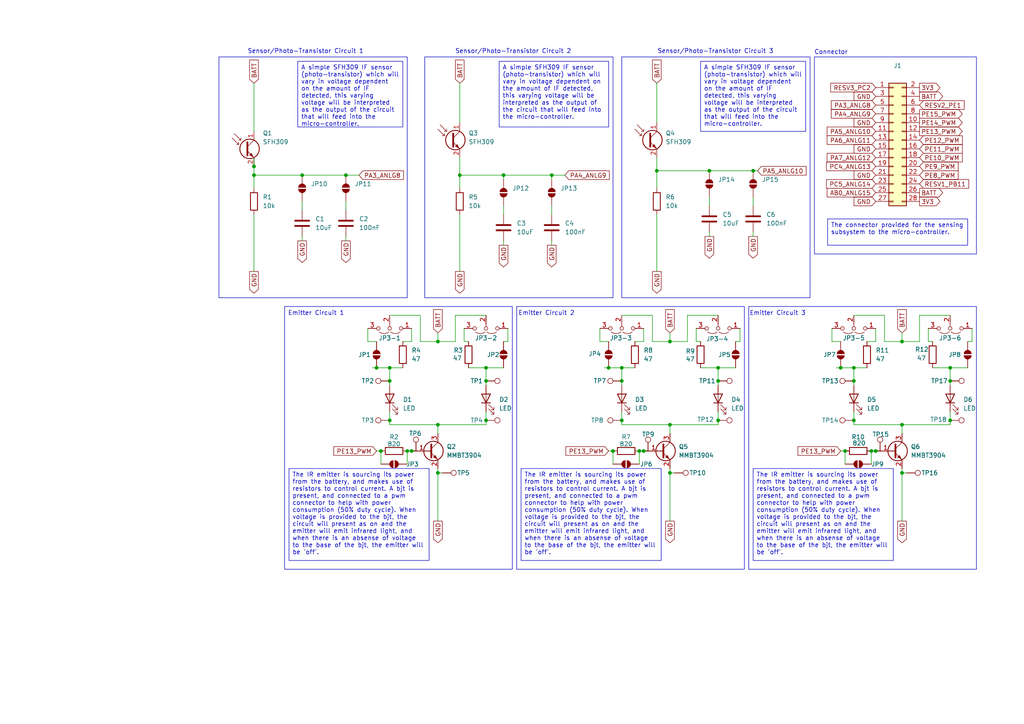
<source format=kicad_sch>
(kicad_sch (version 20231120) (generator "eeschema") (generator_version "8.0")
  (paper "A4")
  (title_block (title "EEE3088F-MicroMouse Subsystem: Sensing") (date "2024-04-21") (rev "V1.9") (company "University of Cape Town: Department of Electrical Engineering") (comment 1 "Author: Kashan Pillay") (comment 2 "Student Number: PLLKAS005"))
  (lib_symbols
    (symbol "Connector:TestPoint" (pin_numbers hide) (pin_names (offset 0.762) hide)
      (property "Reference" "TP" (at 0 6.858 0))
      (property "Value" "TestPoint" (at 0 5.08 0))
      (symbol "TestPoint_0_1"
        (circle (center 0 3.302) (radius 0.762))
      )
      (symbol "TestPoint_1_1"
        (pin passive line (at 0 0 90) (length 2.54) (name "1") (number "1"))
      )
    )
    (symbol "Connector_Generic:Conn_02x14_Odd_Even" (pin_names (offset 1.016) hide)
      (property "Reference" "J" (at 1.27 17.78 0))
      (property "Value" "Conn_02x14_Odd_Even" (at 1.27 -20.32 0))
      (symbol "Conn_02x14_Odd_Even_1_1"
        (rectangle (start -1.27 -17.653) (end 0 -17.907) (stroke (width 0.1524)))
        (rectangle (start -1.27 -15.113) (end 0 -15.367) (stroke (width 0.1524)))
        (rectangle (start -1.27 -12.573) (end 0 -12.827) (stroke (width 0.1524)))
        (rectangle (start -1.27 -10.033) (end 0 -10.287) (stroke (width 0.1524)))
        (rectangle (start -1.27 -7.493) (end 0 -7.747) (stroke (width 0.1524)))
        (rectangle (start -1.27 -4.953) (end 0 -5.207) (stroke (width 0.1524)))
        (rectangle (start -1.27 -2.413) (end 0 -2.667) (stroke (width 0.1524)))
        (rectangle (start -1.27 0.127) (end 0 -0.127) (stroke (width 0.1524)))
        (rectangle (start -1.27 2.667) (end 0 2.413) (stroke (width 0.1524)))
        (rectangle (start -1.27 5.207) (end 0 4.953) (stroke (width 0.1524)))
        (rectangle (start -1.27 7.747) (end 0 7.493) (stroke (width 0.1524)))
        (rectangle (start -1.27 10.287) (end 0 10.033) (stroke (width 0.1524)))
        (rectangle (start -1.27 12.827) (end 0 12.573) (stroke (width 0.1524)))
        (rectangle (start -1.27 15.367) (end 0 15.113) (stroke (width 0.1524)))
        (rectangle (start -1.27 16.51) (end 3.81 -19.05) (stroke (width 0.254)) (fill (type background)))
        (rectangle (start 3.81 -17.653) (end 2.54 -17.907) (stroke (width 0.1524)))
        (rectangle (start 3.81 -15.113) (end 2.54 -15.367) (stroke (width 0.1524)))
        (rectangle (start 3.81 -12.573) (end 2.54 -12.827) (stroke (width 0.1524)))
        (rectangle (start 3.81 -10.033) (end 2.54 -10.287) (stroke (width 0.1524)))
        (rectangle (start 3.81 -7.493) (end 2.54 -7.747) (stroke (width 0.1524)))
        (rectangle (start 3.81 -4.953) (end 2.54 -5.207) (stroke (width 0.1524)))
        (rectangle (start 3.81 -2.413) (end 2.54 -2.667) (stroke (width 0.1524)))
        (rectangle (start 3.81 0.127) (end 2.54 -0.127) (stroke (width 0.1524)))
        (rectangle (start 3.81 2.667) (end 2.54 2.413) (stroke (width 0.1524)))
        (rectangle (start 3.81 5.207) (end 2.54 4.953) (stroke (width 0.1524)))
        (rectangle (start 3.81 7.747) (end 2.54 7.493) (stroke (width 0.1524)))
        (rectangle (start 3.81 10.287) (end 2.54 10.033) (stroke (width 0.1524)))
        (rectangle (start 3.81 12.827) (end 2.54 12.573) (stroke (width 0.1524)))
        (rectangle (start 3.81 15.367) (end 2.54 15.113) (stroke (width 0.1524)))
        (pin passive line (at -5.08 15.24 0) (length 3.81) (name "Pin_1") (number "1"))
        (pin passive line (at 7.62 5.08 180) (length 3.81) (name "Pin_10") (number "10"))
        (pin passive line (at -5.08 2.54 0) (length 3.81) (name "Pin_11") (number "11"))
        (pin passive line (at 7.62 2.54 180) (length 3.81) (name "Pin_12") (number "12"))
        (pin passive line (at -5.08 0 0) (length 3.81) (name "Pin_13") (number "13"))
        (pin passive line (at 7.62 0 180) (length 3.81) (name "Pin_14") (number "14"))
        (pin passive line (at -5.08 -2.54 0) (length 3.81) (name "Pin_15") (number "15"))
        (pin passive line (at 7.62 -2.54 180) (length 3.81) (name "Pin_16") (number "16"))
        (pin passive line (at -5.08 -5.08 0) (length 3.81) (name "Pin_17") (number "17"))
        (pin passive line (at 7.62 -5.08 180) (length 3.81) (name "Pin_18") (number "18"))
        (pin passive line (at -5.08 -7.62 0) (length 3.81) (name "Pin_19") (number "19"))
        (pin passive line (at 7.62 15.24 180) (length 3.81) (name "Pin_2") (number "2"))
        (pin passive line (at 7.62 -7.62 180) (length 3.81) (name "Pin_20") (number "20"))
        (pin passive line (at -5.08 -10.16 0) (length 3.81) (name "Pin_21") (number "21"))
        (pin passive line (at 7.62 -10.16 180) (length 3.81) (name "Pin_22") (number "22"))
        (pin passive line (at -5.08 -12.7 0) (length 3.81) (name "Pin_23") (number "23"))
        (pin passive line (at 7.62 -12.7 180) (length 3.81) (name "Pin_24") (number "24"))
        (pin passive line (at -5.08 -15.24 0) (length 3.81) (name "Pin_25") (number "25"))
        (pin passive line (at 7.62 -15.24 180) (length 3.81) (name "Pin_26") (number "26"))
        (pin passive line (at -5.08 -17.78 0) (length 3.81) (name "Pin_27") (number "27"))
        (pin passive line (at 7.62 -17.78 180) (length 3.81) (name "Pin_28") (number "28"))
        (pin passive line (at -5.08 12.7 0) (length 3.81) (name "Pin_3") (number "3"))
        (pin passive line (at 7.62 12.7 180) (length 3.81) (name "Pin_4") (number "4"))
        (pin passive line (at -5.08 10.16 0) (length 3.81) (name "Pin_5") (number "5"))
        (pin passive line (at 7.62 10.16 180) (length 3.81) (name "Pin_6") (number "6"))
        (pin passive line (at -5.08 7.62 0) (length 3.81) (name "Pin_7") (number "7"))
        (pin passive line (at 7.62 7.62 180) (length 3.81) (name "Pin_8") (number "8"))
        (pin passive line (at -5.08 5.08 0) (length 3.81) (name "Pin_9") (number "9"))
      )
    )
    (symbol "Device:C" (pin_numbers hide) (pin_names (offset 0.254))
      (property "Reference" "C" (at 0.635 2.54 0))
      (property "Value" "C" (at 0.635 -2.54 0))
      (symbol "C_0_1"
        (polyline (pts (xy -2.032 -0.762) (xy 2.032 -0.762)) (stroke (width 0.508)))
        (polyline (pts (xy -2.032 0.762) (xy 2.032 0.762)) (stroke (width 0.508)))
      )
      (symbol "C_1_1"
        (pin passive line (at 0 3.81 270) (length 2.794) (name "~") (number "1"))
        (pin passive line (at 0 -3.81 90) (length 2.794) (name "~") (number "2"))
      )
    )
    (symbol "Device:LED" (pin_numbers hide) (pin_names (offset 1.016) hide)
      (property "Reference" "D" (at 0 2.54 0))
      (property "Value" "LED" (at 0 -2.54 0))
      (symbol "LED_0_1"
        (polyline (pts (xy -1.27 -1.27) (xy -1.27 1.27)) (stroke (width 0.254)))
        (polyline (pts (xy -1.27 0) (xy 1.27 0)))
        (polyline (pts (xy 1.27 -1.27) (xy 1.27 1.27) (xy -1.27 0) (xy 1.27 -1.27)) (stroke (width 0.254)))
        (polyline (pts (xy -3.048 -0.762) (xy -4.572 -2.286) (xy -3.81 -2.286) (xy -4.572 -2.286) (xy -4.572 -1.524)))
        (polyline (pts (xy -1.778 -0.762) (xy -3.302 -2.286) (xy -2.54 -2.286) (xy -3.302 -2.286) (xy -3.302 -1.524)))
      )
      (symbol "LED_1_1"
        (pin passive line (at -3.81 0 0) (length 2.54) (name "K") (number "1"))
        (pin passive line (at 3.81 0 180) (length 2.54) (name "A") (number "2"))
      )
    )
    (symbol "Device:R" (pin_numbers hide) (pin_names (offset 0))
      (property "Reference" "R" (at 2.032 0 90))
      (property "Value" "R" (at 0 0 90))
      (symbol "R_0_1"
        (rectangle (start -1.016 -2.54) (end 1.016 2.54) (stroke (width 0.254)))
      )
      (symbol "R_1_1"
        (pin passive line (at 0 3.81 270) (length 1.27) (name "~") (number "1"))
        (pin passive line (at 0 -3.81 90) (length 1.27) (name "~") (number "2"))
      )
    )
    (symbol "Jumper:Jumper_3_Open" (pin_names (offset 0) hide) (exclude_from_sim yes) (in_bom no)
      (property "Reference" "JP" (at -2.54 -2.54 0))
      (property "Value" "Jumper_3_Open" (at 0 2.794 0))
      (symbol "Jumper_3_Open_0_0"
        (circle (center -3.302 0) (radius 0.508))
        (circle (center 0 0) (radius 0.508))
        (circle (center 3.302 0) (radius 0.508))
      )
      (symbol "Jumper_3_Open_0_1"
        (arc (start -0.254 1.016) (mid -1.651 1.4992) (end -3.048 1.016))
        (polyline (pts (xy 0 -0.508) (xy 0 -1.27)))
        (arc (start 3.048 1.016) (mid 1.651 1.4992) (end 0.254 1.016))
      )
      (symbol "Jumper_3_Open_1_1"
        (pin passive line (at -6.35 0 0) (length 2.54) (name "A") (number "1"))
        (pin passive line (at 0 -3.81 90) (length 2.54) (name "C") (number "2"))
        (pin passive line (at 6.35 0 180) (length 2.54) (name "B") (number "3"))
      )
    )
    (symbol "Jumper:SolderJumper_2_Open" (pin_numbers hide) (pin_names (offset 0) hide) (exclude_from_sim yes) (in_bom no)
      (property "Reference" "JP" (at 0 2.032 0))
      (property "Value" "SolderJumper_2_Open" (at 0 -2.54 0))
      (symbol "SolderJumper_2_Open_0_1"
        (arc (start -0.254 1.016) (mid -1.2656 0) (end -0.254 -1.016))
        (arc (start -0.254 1.016) (mid -1.2656 0) (end -0.254 -1.016) (fill (type outline)))
        (polyline (pts (xy -0.254 1.016) (xy -0.254 -1.016)))
        (polyline (pts (xy 0.254 1.016) (xy 0.254 -1.016)))
        (arc (start 0.254 -1.016) (mid 1.2656 0) (end 0.254 1.016))
        (arc (start 0.254 -1.016) (mid 1.2656 0) (end 0.254 1.016) (fill (type outline)))
      )
      (symbol "SolderJumper_2_Open_1_1"
        (pin passive line (at -3.81 0 0) (length 2.54) (name "A") (number "1"))
        (pin passive line (at 3.81 0 180) (length 2.54) (name "B") (number "2"))
      )
    )
    (symbol "Sensor_Optical:SFH309" (pin_names (offset 0) hide)
      (property "Reference" "Q" (at 5.08 1.27 0))
      (property "Value" "SFH309" (at 5.08 -1.27 0))
      (symbol "SFH309_0_1"
        (polyline (pts (xy -1.905 1.27) (xy -2.54 1.27)))
        (polyline (pts (xy -1.27 2.54) (xy -1.905 2.54)))
        (polyline (pts (xy 0.635 0.635) (xy 2.54 2.54)))
        (polyline (pts (xy -3.81 3.175) (xy -1.905 1.27) (xy -1.905 1.905)))
        (polyline (pts (xy -3.175 4.445) (xy -1.27 2.54) (xy -1.27 3.175)))
        (polyline (pts (xy 0.635 -0.635) (xy 2.54 -2.54) (xy 2.54 -2.54)))
        (polyline (pts (xy 0.635 1.905) (xy 0.635 -1.905) (xy 0.635 -1.905)) (stroke (width 0.508)))
        (polyline (pts (xy 1.27 -1.778) (xy 1.778 -1.27) (xy 2.286 -2.286) (xy 1.27 -1.778) (xy 1.27 -1.778)) (fill (type outline)))
        (circle (center 1.27 0) (radius 2.8194) (stroke (width 0.254)))
      )
      (symbol "SFH309_1_1"
        (pin passive line (at 2.54 5.08 270) (length 2.54) (name "C") (number "1"))
        (pin passive line (at 2.54 -5.08 90) (length 2.54) (name "E") (number "2"))
      )
    )
    (symbol "Transistor_BJT:MMBT3904" (pin_names (offset 0) hide)
      (property "Reference" "Q" (at 5.08 1.905 0))
      (property "Value" "MMBT3904" (at 5.08 0 0))
      (symbol "MMBT3904_0_1"
        (polyline (pts (xy 0.635 0.635) (xy 2.54 2.54)))
        (polyline (pts (xy 0.635 -0.635) (xy 2.54 -2.54) (xy 2.54 -2.54)))
        (polyline (pts (xy 0.635 1.905) (xy 0.635 -1.905) (xy 0.635 -1.905)) (stroke (width 0.508)))
        (polyline (pts (xy 1.27 -1.778) (xy 1.778 -1.27) (xy 2.286 -2.286) (xy 1.27 -1.778) (xy 1.27 -1.778)) (fill (type outline)))
        (circle (center 1.27 0) (radius 2.8194) (stroke (width 0.254)))
      )
      (symbol "MMBT3904_1_1"
        (pin input line (at -5.08 0 0) (length 5.715) (name "B") (number "1"))
        (pin passive line (at 2.54 -5.08 90) (length 2.54) (name "E") (number "2"))
        (pin passive line (at 2.54 5.08 270) (length 2.54) (name "C") (number "3"))
      )
    )
  )
  (junction (at 194.31 123.19))
  (junction (at 140.97 121.92))
  (junction (at 180.34 121.92))
  (junction (at 180.34 106.68))
  (junction (at 119.38 130.81))
  (junction (at 194.31 137.16))
  (junction (at 275.59 106.68))
  (junction (at 113.03 121.92))
  (junction (at 261.62 137.16))
  (junction (at 252.73 130.81))
  (junction (at 186.69 130.81))
  (junction (at 261.62 123.19))
  (junction (at 113.03 106.68))
  (junction (at 247.65 106.68))
  (junction (at 110.49 130.81))
  (junction (at 205.74 49.53))
  (junction (at 73.66 50.8))
  (junction (at 208.28 110.49))
  (junction (at 218.44 49.53))
  (junction (at 247.65 110.49))
  (junction (at 113.03 110.49))
  (junction (at 176.53 106.68))
  (junction (at 185.42 130.81))
  (junction (at 190.5 49.53))
  (junction (at 73.66 48.26))
  (junction (at 177.8 130.81))
  (junction (at 208.28 106.68))
  (junction (at 261.62 99.06))
  (junction (at 243.84 106.68))
  (junction (at 275.59 110.49))
  (junction (at 245.11 130.81))
  (junction (at 127 137.16))
  (junction (at 254 130.81))
  (junction (at 87.63 50.8))
  (junction (at 140.97 110.49))
  (junction (at 118.11 130.81))
  (junction (at 194.31 99.06))
  (junction (at 100.33 50.8))
  (junction (at 275.59 121.92))
  (junction (at 180.34 110.49))
  (junction (at 109.22 106.68))
  (junction (at 140.97 106.68))
  (junction (at 127 99.06))
  (junction (at 127 123.19))
  (junction (at 133.35 50.8))
  (junction (at 160.02 50.8))
  (junction (at 146.05 50.8))
  (junction (at 247.65 121.92))
  (junction (at 208.28 121.92))
  (wire (pts (xy 87.63 50.8) (xy 100.33 50.8)))
  (wire (pts (xy 146.05 50.8) (xy 160.02 50.8)))
  (wire (pts (xy 146.05 50.8) (xy 146.05 52.07)))
  (wire (pts (xy 190.5 49.53) (xy 205.74 49.53)))
  (wire (pts (xy 107.95 106.68) (xy 109.22 106.68)))
  (wire (pts (xy 208.28 110.49) (xy 208.28 111.76)))
  (wire (pts (xy 190.5 62.23) (xy 190.5 78.74)))
  (wire (pts (xy 127 99.06) (xy 132.08 99.06)))
  (wire (pts (xy 134.62 99.06) (xy 135.89 99.06)))
  (wire (pts (xy 242.57 106.68) (xy 243.84 106.68)))
  (wire (pts (xy 175.26 106.68) (xy 176.53 106.68)))
  (wire (pts (xy 256.54 99.06) (xy 261.62 99.06)))
  (wire (pts (xy 100.33 58.42) (xy 100.33 60.96)))
  (wire (pts (xy 201.93 95.25) (xy 201.93 99.06)))
  (wire (pts (xy 190.5 49.53) (xy 190.5 54.61)))
  (wire (pts (xy 180.34 106.68) (xy 180.34 110.49)))
  (wire (pts (xy 275.59 121.92) (xy 275.59 123.19)))
  (wire (pts (xy 205.74 67.31) (xy 205.74 68.58)))
  (wire (pts (xy 243.84 130.81) (xy 245.11 130.81)))
  (wire (pts (xy 140.97 91.44) (xy 132.08 91.44)))
  (wire (pts (xy 256.54 91.44) (xy 256.54 99.06)))
  (wire (pts (xy 281.94 95.25) (xy 281.94 99.06)))
  (wire (pts (xy 73.66 62.23) (xy 73.66 78.74)))
  (wire (pts (xy 254 95.25) (xy 254 99.06)))
  (wire (pts (xy 134.62 95.25) (xy 134.62 99.06)))
  (wire (pts (xy 140.97 110.49) (xy 140.97 111.76)))
  (wire (pts (xy 245.11 130.81) (xy 245.11 134.62)))
  (wire (pts (xy 241.3 95.25) (xy 241.3 99.06)))
  (wire (pts (xy 247.65 121.92) (xy 247.65 123.19)))
  (wire (pts (xy 113.03 121.92) (xy 113.03 123.19)))
  (wire (pts (xy 146.05 69.85) (xy 146.05 71.12)))
  (wire (pts (xy 214.63 95.25) (xy 214.63 99.06)))
  (wire (pts (xy 180.34 106.68) (xy 184.15 106.68)))
  (wire (pts (xy 113.03 106.68) (xy 116.84 106.68)))
  (wire (pts (xy 180.34 123.19) (xy 194.31 123.19)))
  (wire (pts (xy 247.65 119.38) (xy 247.65 121.92)))
  (wire (pts (xy 261.62 96.52) (xy 261.62 99.06)))
  (wire (pts (xy 121.92 99.06) (xy 127 99.06)))
  (wire (pts (xy 110.49 130.81) (xy 110.49 134.62)))
  (wire (pts (xy 261.62 123.19) (xy 261.62 125.73)))
  (wire (pts (xy 266.7 91.44) (xy 266.7 99.06)))
  (wire (pts (xy 127 135.89) (xy 127 137.16)))
  (wire (pts (xy 87.63 58.42) (xy 87.63 60.96)))
  (wire (pts (xy 140.97 119.38) (xy 140.97 121.92)))
  (wire (pts (xy 252.73 130.81) (xy 254 130.81)))
  (wire (pts (xy 213.36 99.06) (xy 214.63 99.06)))
  (wire (pts (xy 132.08 91.44) (xy 132.08 99.06)))
  (wire (pts (xy 194.31 99.06) (xy 199.39 99.06)))
  (wire (pts (xy 73.66 50.8) (xy 87.63 50.8)))
  (wire (pts (xy 73.66 24.13) (xy 73.66 38.1)))
  (wire (pts (xy 275.59 106.68) (xy 275.59 110.49)))
  (wire (pts (xy 218.44 49.53) (xy 219.71 49.53)))
  (wire (pts (xy 269.24 99.06) (xy 270.51 99.06)))
  (wire (pts (xy 270.51 106.68) (xy 275.59 106.68)))
  (wire (pts (xy 194.31 137.16) (xy 195.58 137.16)))
  (wire (pts (xy 261.62 123.19) (xy 275.59 123.19)))
  (wire (pts (xy 118.11 130.81) (xy 119.38 130.81)))
  (wire (pts (xy 186.69 130.81) (xy 187.96 130.81)))
  (wire (pts (xy 203.2 106.68) (xy 208.28 106.68)))
  (wire (pts (xy 146.05 59.69) (xy 146.05 62.23)))
  (wire (pts (xy 185.42 130.81) (xy 186.69 130.81)))
  (wire (pts (xy 252.73 130.81) (xy 252.73 134.62)))
  (wire (pts (xy 73.66 50.8) (xy 73.66 54.61)))
  (wire (pts (xy 194.31 96.52) (xy 194.31 99.06)))
  (wire (pts (xy 208.28 119.38) (xy 208.28 121.92)))
  (wire (pts (xy 109.22 130.81) (xy 110.49 130.81)))
  (wire (pts (xy 208.28 91.44) (xy 199.39 91.44)))
  (wire (pts (xy 247.65 106.68) (xy 247.65 110.49)))
  (wire (pts (xy 208.28 106.68) (xy 208.28 110.49)))
  (wire (pts (xy 127 137.16) (xy 127 151.13)))
  (wire (pts (xy 194.31 135.89) (xy 194.31 137.16)))
  (wire (pts (xy 116.84 99.06) (xy 119.38 99.06)))
  (wire (pts (xy 254 130.81) (xy 255.27 130.81)))
  (wire (pts (xy 275.59 106.68) (xy 280.67 106.68)))
  (wire (pts (xy 269.24 95.25) (xy 269.24 99.06)))
  (wire (pts (xy 140.97 106.68) (xy 146.05 106.68)))
  (wire (pts (xy 119.38 95.25) (xy 119.38 99.06)))
  (wire (pts (xy 140.97 121.92) (xy 140.97 123.19)))
  (wire (pts (xy 194.31 123.19) (xy 194.31 125.73)))
  (wire (pts (xy 121.92 91.44) (xy 121.92 99.06)))
  (wire (pts (xy 185.42 130.81) (xy 185.42 134.62)))
  (wire (pts (xy 177.8 130.81) (xy 177.8 134.62)))
  (wire (pts (xy 113.03 91.44) (xy 121.92 91.44)))
  (wire (pts (xy 119.38 130.81) (xy 120.65 130.81)))
  (wire (pts (xy 133.35 62.23) (xy 133.35 78.74)))
  (wire (pts (xy 118.11 130.81) (xy 118.11 134.62)))
  (wire (pts (xy 100.33 50.8) (xy 104.14 50.8)))
  (wire (pts (xy 186.69 95.25) (xy 186.69 99.06)))
  (wire (pts (xy 180.34 121.92) (xy 180.34 123.19)))
  (wire (pts (xy 189.23 99.06) (xy 194.31 99.06)))
  (wire (pts (xy 133.35 50.8) (xy 133.35 54.61)))
  (wire (pts (xy 127 123.19) (xy 127 125.73)))
  (wire (pts (xy 160.02 52.07) (xy 160.02 50.8)))
  (wire (pts (xy 184.15 99.06) (xy 186.69 99.06)))
  (wire (pts (xy 160.02 50.8) (xy 163.83 50.8)))
  (wire (pts (xy 190.5 24.13) (xy 190.5 35.56)))
  (wire (pts (xy 247.65 110.49) (xy 247.65 111.76)))
  (wire (pts (xy 247.65 123.19) (xy 261.62 123.19)))
  (wire (pts (xy 109.22 106.68) (xy 113.03 106.68)))
  (wire (pts (xy 106.68 99.06) (xy 109.22 99.06)))
  (wire (pts (xy 176.53 106.68) (xy 180.34 106.68)))
  (wire (pts (xy 135.89 106.68) (xy 140.97 106.68)))
  (wire (pts (xy 275.59 110.49) (xy 275.59 111.76)))
  (wire (pts (xy 87.63 68.58) (xy 87.63 69.85)))
  (wire (pts (xy 261.62 99.06) (xy 266.7 99.06)))
  (wire (pts (xy 247.65 106.68) (xy 251.46 106.68)))
  (wire (pts (xy 208.28 121.92) (xy 208.28 123.19)))
  (wire (pts (xy 160.02 69.85) (xy 160.02 71.12)))
  (wire (pts (xy 113.03 106.68) (xy 113.03 110.49)))
  (wire (pts (xy 173.99 95.25) (xy 173.99 99.06)))
  (wire (pts (xy 261.62 137.16) (xy 261.62 151.13)))
  (wire (pts (xy 127 123.19) (xy 140.97 123.19)))
  (wire (pts (xy 194.31 123.19) (xy 208.28 123.19)))
  (wire (pts (xy 106.68 95.25) (xy 106.68 99.06)))
  (wire (pts (xy 205.74 49.53) (xy 218.44 49.53)))
  (wire (pts (xy 190.5 45.72) (xy 190.5 49.53)))
  (wire (pts (xy 160.02 59.69) (xy 160.02 62.23)))
  (wire (pts (xy 199.39 91.44) (xy 199.39 99.06)))
  (wire (pts (xy 113.03 119.38) (xy 113.03 121.92)))
  (wire (pts (xy 205.74 57.15) (xy 205.74 59.69)))
  (wire (pts (xy 208.28 106.68) (xy 213.36 106.68)))
  (wire (pts (xy 113.03 110.49) (xy 113.03 111.76)))
  (wire (pts (xy 127 96.52) (xy 127 99.06)))
  (wire (pts (xy 261.62 137.16) (xy 262.89 137.16)))
  (wire (pts (xy 180.34 91.44) (xy 189.23 91.44)))
  (wire (pts (xy 140.97 106.68) (xy 140.97 110.49)))
  (wire (pts (xy 100.33 68.58) (xy 100.33 69.85)))
  (wire (pts (xy 127 137.16) (xy 128.27 137.16)))
  (wire (pts (xy 133.35 45.72) (xy 133.35 50.8)))
  (wire (pts (xy 218.44 57.15) (xy 218.44 59.69)))
  (wire (pts (xy 243.84 106.68) (xy 247.65 106.68)))
  (wire (pts (xy 251.46 99.06) (xy 254 99.06)))
  (wire (pts (xy 133.35 50.8) (xy 146.05 50.8)))
  (wire (pts (xy 113.03 123.19) (xy 127 123.19)))
  (wire (pts (xy 176.53 130.81) (xy 177.8 130.81)))
  (wire (pts (xy 241.3 99.06) (xy 243.84 99.06)))
  (wire (pts (xy 261.62 135.89) (xy 261.62 137.16)))
  (wire (pts (xy 201.93 99.06) (xy 203.2 99.06)))
  (wire (pts (xy 73.66 45.72) (xy 73.66 48.26)))
  (wire (pts (xy 247.65 91.44) (xy 256.54 91.44)))
  (wire (pts (xy 194.31 137.16) (xy 194.31 151.13)))
  (wire (pts (xy 275.59 91.44) (xy 266.7 91.44)))
  (wire (pts (xy 146.05 99.06) (xy 147.32 99.06)))
  (wire (pts (xy 180.34 119.38) (xy 180.34 121.92)))
  (wire (pts (xy 280.67 99.06) (xy 281.94 99.06)))
  (wire (pts (xy 133.35 24.13) (xy 133.35 35.56)))
  (wire (pts (xy 218.44 67.31) (xy 218.44 68.58)))
  (wire (pts (xy 173.99 99.06) (xy 176.53 99.06)))
  (wire (pts (xy 189.23 91.44) (xy 189.23 99.06)))
  (wire (pts (xy 73.66 48.26) (xy 73.66 50.8)))
  (wire (pts (xy 147.32 95.25) (xy 147.32 99.06)))
  (wire (pts (xy 180.34 110.49) (xy 180.34 111.76)))
  (wire (pts (xy 275.59 119.38) (xy 275.59 121.92)))
  (rectangle (start 236.22 16.51) (end 283.21 73.66))
  (rectangle (start 63.5 16.51) (end 118.11 86.36))
  (rectangle (start 149.86 88.9) (end 215.9 165.1))
  (rectangle (start 123.19 16.51) (end 177.8 86.36))
  (rectangle (start 82.55 88.9) (end 148.59 165.1))
  (rectangle (start 217.17 88.9) (end 283.21 165.1))
  (rectangle (start 180.34 16.51) (end 234.95 86.36))
  (text_box "The IR emitter is sourcing its power from the battery, and makes use of resistors to control current. A bjt is present, and connected to a pwm connector to help with power consumption (50% duty cycle). When voltage is provided to the bjt, the circuit will present as on and the emitter will emit infrared light, and when there is an absense of voltage to the base of the bjt, the emitter will be 'off'." (at 83.82 135.89 0) (size 40.64 26.67) (effects (font (size 1.27 1.27)) (justify left top)))
  (text_box "The IR emitter is sourcing its power from the battery, and makes use of resistors to control current. A bjt is present, and connected to a pwm connector to help with power consumption (50% duty cycle). When voltage is provided to the bjt, the circuit will present as on and the emitter will emit infrared light, and when there is an absense of voltage to the base of the bjt, the emitter will be 'off'." (at 218.44 135.89 0) (size 40.64 26.67) (effects (font (size 1.27 1.27)) (justify left top)))
  (text_box "A simple SFH309 IF sensor (photo-transistor) which will vary in voltage dependent on the amount of IF detected, this varying voltage will be interpreted as the output of the circuit that will feed into the micro-controller." (at 203.2 17.78 0) (size 30.48 20.32) (effects (font (size 1.27 1.27)) (justify left top)))
  (text_box "A simple SFH309 IF sensor (photo-transistor) which will vary in voltage dependent on the amount of IF detected, this varying voltage will be interpreted as the output of the circuit that will feed into the micro-controller." (at 86.36 17.78 0) (size 30.48 19.05) (effects (font (size 1.27 1.27)) (justify left top)))
  (text_box "The connector provided for the sensing subsystem to the micro-controller." (at 240.03 63.5 0) (size 40.64 7.62) (effects (font (size 1.27 1.27)) (justify left top)))
  (text_box "A simple SFH309 IF sensor (photo-transistor) which will vary in voltage dependent on the amount of IF detected, this varying voltage will be interpreted as the output of the circuit that will feed into the micro-controller." (at 144.78 17.78 0) (size 31.75 19.05) (effects (font (size 1.27 1.27)) (justify left top)))
  (text_box "The IR emitter is sourcing its power from the battery, and makes use of resistors to control current. A bjt is present, and connected to a pwm connector to help with power consumption (50% duty cycle). When voltage is provided to the bjt, the circuit will present as on and the emitter will emit infrared light, and when there is an absense of voltage to the base of the bjt, the emitter will be 'off'." (at 151.13 135.89 0) (size 40.64 26.67) (effects (font (size 1.27 1.27)) (justify left top)))
  (text "Sensor/Photo-Transistor Circuit 2\n\n" (at 148.844 16.002 0) (effects (font (size 1.27 1.27))))
  (text "Emitter Circuit 3\n" (at 225.552 90.932 0) (effects (font (size 1.27 1.27))))
  (text "Sensor/Photo-Transistor Circuit 1\n\n" (at 88.646 16.002 0) (effects (font (size 1.27 1.27))))
  (text "Sensor/Photo-Transistor Circuit 3\n\n" (at 207.518 16.002 0) (effects (font (size 1.27 1.27))))
  (text "Connector" (at 241.046 15.24 0) (effects (font (size 1.27 1.27))))
  (text "Emitter Circuit 1\n" (at 91.694 90.932 0) (effects (font (size 1.27 1.27))))
  (text "Emitter Circuit 2\n\n" (at 158.496 91.948 0) (effects (font (size 1.27 1.27))))
  (global_label "BATT" (shape output) (at 266.7 55.88 0) (property "Intersheetrefs" "${INTERSHEET_REFS}" (effects (hide yes))))
  (global_label "PE10_PWM" (shape input) (at 266.7 45.72 0) (property "Intersheetrefs" "${INTERSHEET_REFS}" (effects (hide yes))))
  (global_label "BATT" (shape input) (at 190.5 24.13 90) (property "Intersheetrefs" "${INTERSHEET_REFS}" (effects (hide yes))))
  (global_label "PE13_PWM" (shape input) (at 109.22 130.81 180) (property "Intersheetrefs" "${INTERSHEET_REFS}" (effects (hide yes))))
  (global_label "BATT" (shape input) (at 127 96.52 90) (property "Intersheetrefs" "${INTERSHEET_REFS}" (effects (hide yes))))
  (global_label "GND" (shape output) (at 73.66 78.74 270) (property "Intersheetrefs" "${INTERSHEET_REFS}" (effects (hide yes))))
  (global_label "PA3_ANLG8" (shape input) (at 254 30.48 180) (property "Intersheetrefs" "${INTERSHEET_REFS}" (effects (hide yes))))
  (global_label "3V3" (shape output) (at 266.7 58.42 0) (property "Intersheetrefs" "${INTERSHEET_REFS}" (effects (hide yes))))
  (global_label "PE15_PWM" (shape output) (at 266.7 33.02 0) (property "Intersheetrefs" "${INTERSHEET_REFS}" (effects (hide yes))))
  (global_label "PA4_ANLG9" (shape input) (at 254 33.02 180) (property "Intersheetrefs" "${INTERSHEET_REFS}" (effects (hide yes))))
  (global_label "PA5_ANLG10" (shape input) (at 219.71 49.53 0) (property "Intersheetrefs" "${INTERSHEET_REFS}" (effects (hide yes))))
  (global_label "PC5_ANLG14" (shape input) (at 254 53.34 180) (property "Intersheetrefs" "${INTERSHEET_REFS}" (effects (hide yes))))
  (global_label "PA6_ANLG11" (shape input) (at 254 40.64 180) (property "Intersheetrefs" "${INTERSHEET_REFS}" (effects (hide yes))))
  (global_label "BATT" (shape input) (at 73.66 24.13 90) (property "Intersheetrefs" "${INTERSHEET_REFS}" (effects (hide yes))))
  (global_label "BATT" (shape input) (at 194.31 96.52 90) (property "Intersheetrefs" "${INTERSHEET_REFS}" (effects (hide yes))))
  (global_label "GND" (shape output) (at 160.02 71.12 270) (property "Intersheetrefs" "${INTERSHEET_REFS}" (effects (hide yes))))
  (global_label "PE8_PWM" (shape input) (at 266.7 50.8 0) (property "Intersheetrefs" "${INTERSHEET_REFS}" (effects (hide yes))))
  (global_label "GND" (shape output) (at 194.31 151.13 270) (property "Intersheetrefs" "${INTERSHEET_REFS}" (effects (hide yes))))
  (global_label "GND" (shape input) (at 254 50.8 180) (property "Intersheetrefs" "${INTERSHEET_REFS}" (effects (hide yes))))
  (global_label "GND" (shape input) (at 254 58.42 180) (property "Intersheetrefs" "${INTERSHEET_REFS}" (effects (hide yes))))
  (global_label "PA4_ANLG9" (shape input) (at 163.83 50.8 0) (property "Intersheetrefs" "${INTERSHEET_REFS}" (effects (hide yes))))
  (global_label "RESV3_PC2" (shape input) (at 254 25.4 180) (property "Intersheetrefs" "${INTERSHEET_REFS}" (effects (hide yes))))
  (global_label "PE11_PWM" (shape input) (at 266.7 43.18 0) (property "Intersheetrefs" "${INTERSHEET_REFS}" (effects (hide yes))))
  (global_label "GND" (shape input) (at 254 27.94 180) (property "Intersheetrefs" "${INTERSHEET_REFS}" (effects (hide yes))))
  (global_label "3V3" (shape output) (at 266.7 25.4 0) (property "Intersheetrefs" "${INTERSHEET_REFS}" (effects (hide yes))))
  (global_label "BATT" (shape input) (at 261.62 96.52 90) (property "Intersheetrefs" "${INTERSHEET_REFS}" (effects (hide yes))))
  (global_label "GND" (shape output) (at 127 151.13 270) (property "Intersheetrefs" "${INTERSHEET_REFS}" (effects (hide yes))))
  (global_label "AB0_ANLG15" (shape input) (at 254 55.88 180) (property "Intersheetrefs" "${INTERSHEET_REFS}" (effects (hide yes))))
  (global_label "PE13_PWM" (shape input) (at 176.53 130.81 180) (property "Intersheetrefs" "${INTERSHEET_REFS}" (effects (hide yes))))
  (global_label "PE13_PWM" (shape output) (at 266.7 38.1 0) (property "Intersheetrefs" "${INTERSHEET_REFS}" (effects (hide yes))))
  (global_label "PC4_ANLG13" (shape input) (at 254 48.26 180) (property "Intersheetrefs" "${INTERSHEET_REFS}" (effects (hide yes))))
  (global_label "GND" (shape output) (at 205.74 68.58 270) (property "Intersheetrefs" "${INTERSHEET_REFS}" (effects (hide yes))))
  (global_label "GND" (shape output) (at 100.33 69.85 270) (property "Intersheetrefs" "${INTERSHEET_REFS}" (effects (hide yes))))
  (global_label "BATT" (shape output) (at 266.7 27.94 0) (property "Intersheetrefs" "${INTERSHEET_REFS}" (effects (hide yes))))
  (global_label "RESV1_PB11" (shape input) (at 266.7 53.34 0) (property "Intersheetrefs" "${INTERSHEET_REFS}" (effects (hide yes))))
  (global_label "GND" (shape output) (at 133.35 78.74 270) (property "Intersheetrefs" "${INTERSHEET_REFS}" (effects (hide yes))))
  (global_label "PE9_PWM" (shape input) (at 266.7 48.26 0) (property "Intersheetrefs" "${INTERSHEET_REFS}" (effects (hide yes))))
  (global_label "PE12_PWM" (shape input) (at 266.7 40.64 0) (property "Intersheetrefs" "${INTERSHEET_REFS}" (effects (hide yes))))
  (global_label "GND" (shape output) (at 261.62 151.13 270) (property "Intersheetrefs" "${INTERSHEET_REFS}" (effects (hide yes))))
  (global_label "GND" (shape output) (at 146.05 71.12 270) (property "Intersheetrefs" "${INTERSHEET_REFS}" (effects (hide yes))))
  (global_label "GND" (shape output) (at 87.63 69.85 270) (property "Intersheetrefs" "${INTERSHEET_REFS}" (effects (hide yes))))
  (global_label "PA3_ANLG8" (shape input) (at 104.14 50.8 0) (property "Intersheetrefs" "${INTERSHEET_REFS}" (effects (hide yes))))
  (global_label "RESV2_PE1" (shape input) (at 266.7 30.48 0) (property "Intersheetrefs" "${INTERSHEET_REFS}" (effects (hide yes))))
  (global_label "PE13_PWM" (shape input) (at 243.84 130.81 180) (property "Intersheetrefs" "${INTERSHEET_REFS}" (effects (hide yes))))
  (global_label "GND" (shape input) (at 254 35.56 180) (property "Intersheetrefs" "${INTERSHEET_REFS}" (effects (hide yes))))
  (global_label "BATT" (shape input) (at 133.35 24.13 90) (property "Intersheetrefs" "${INTERSHEET_REFS}" (effects (hide yes))))
  (global_label "PA5_ANLG10" (shape input) (at 254 38.1 180) (property "Intersheetrefs" "${INTERSHEET_REFS}" (effects (hide yes))))
  (global_label "PE14_PWM" (shape output) (at 266.7 35.56 0) (property "Intersheetrefs" "${INTERSHEET_REFS}" (effects (hide yes))))
  (global_label "PA7_ANLG12" (shape input) (at 254 45.72 180) (property "Intersheetrefs" "${INTERSHEET_REFS}" (effects (hide yes))))
  (global_label "GND" (shape output) (at 190.5 78.74 270) (property "Intersheetrefs" "${INTERSHEET_REFS}" (effects (hide yes))))
  (global_label "GND" (shape input) (at 254 43.18 180) (property "Intersheetrefs" "${INTERSHEET_REFS}" (effects (hide yes))))
  (global_label "GND" (shape output) (at 218.44 68.58 270) (property "Intersheetrefs" "${INTERSHEET_REFS}" (effects (hide yes))))
  (symbol (lib_id "Jumper:SolderJumper_2_Open") (at 109.22 102.87 90) (unit 1) (exclude_from_sim yes) (in_bom no)
    (property "Reference" "JP1" (at 103.886 102.87 90) (effects (justify right)))
    (property "Value" "SolderJumper_2_Open" (effects (hide yes)))
    (property "Footprint" "Jumper:SolderJumper-2_P1.3mm_Open_Pad1.0x1.5mm" (effects (hide yes)))
    (property "Description" "Solder Jumper, 2-pole, open" (effects (hide yes)))
  )
  (symbol (lib_id "Connector_Generic:Conn_02x14_Odd_Even") (at 259.08 40.64 0) (unit 1)
    (property "Reference" "J1" (at 260.35 19.05 0))
    (property "Value" "Conn_02x14_Odd_Even" (effects (hide yes)))
    (property "Footprint" "Connector_PinHeader_2.54mm:PinHeader_2x14_P2.54mm_Vertical" (effects (hide yes)))
    (property "Description" "Generic connector, double row, 02x14, odd/even pin numbering scheme (row 1 odd numbers, row 2 even numbers), script generated (kicad-library-utils/schlib/autogen/connector/)" (effects (hide yes)))
  )
  (symbol (lib_id "Connector:TestPoint") (at 113.03 121.92 90) (unit 1)
    (property "Reference" "TP3" (at 106.68 121.92 90))
    (property "Value" "TestPoint" (effects (hide yes)))
    (property "Footprint" "TestPoint:TestPoint_Pad_D3.0mm" (effects (hide yes)))
    (property "Description" "test point" (effects (hide yes)))
  )
  (symbol (lib_id "Transistor_BJT:MMBT3904") (at 259.08 130.81 0) (unit 1)
    (property "Reference" "Q6" (at 264.16 129.5399 0) (effects (justify left)))
    (property "Value" "MMBT3904" (at 264.16 132.0799 0) (effects (justify left)))
    (property "Footprint" "Package_TO_SOT_SMD:SOT-23" (effects (hide yes)))
    (property "Datasheet" "https://www.onsemi.com/pdf/datasheet/pzt3904-d.pdf" (effects (hide yes)))
    (property "Description" "0.2A Ic, 40V Vce, Small Signal NPN Transistor, SOT-23" (effects (hide yes)))
  )
  (symbol (lib_id "Connector:TestPoint") (at 247.65 121.92 90) (unit 1)
    (property "Reference" "TP14" (at 240.792 121.92 90))
    (property "Value" "TestPoint" (effects (hide yes)))
    (property "Footprint" "TestPoint:TestPoint_Pad_D3.0mm" (effects (hide yes)))
    (property "Description" "test point" (effects (hide yes)))
  )
  (symbol (lib_id "Sensor_Optical:SFH309") (at 71.12 43.18 0) (unit 1)
    (property "Reference" "Q1" (at 76.2 38.6206 0) (effects (justify left)))
    (property "Value" "SFH309" (at 76.2 41.1606 0) (effects (justify left)))
    (property "Footprint" "LED_THT:LED_D3.0mm_Horizontal_O1.27mm_Z2.0mm_Clear" (effects (hide yes)))
    (property "Datasheet" "http://www.osram-os.com/Graphics/XPic2/00101811_0.pdf/SFH%20309,%20SFH%20309%20FA,%20Lead%20(Pb)%20Free%20Product%20-%20RoHS%20Compliant.pdf" (effects (hide yes)))
    (property "Description" "Phototransistor NPN" (effects (hide yes)))
  )
  (symbol (lib_id "Device:C") (at 100.33 64.77 0) (unit 1)
    (property "Reference" "C2" (at 104.14 63.4999 0) (effects (justify left)))
    (property "Value" "100nF" (at 104.14 66.0399 0) (effects (justify left)))
    (property "Footprint" "Capacitor_SMD:C_0603_1608Metric" (effects (hide yes)))
    (property "Description" "Unpolarized capacitor" (effects (hide yes)))
  )
  (symbol (lib_id "Sensor_Optical:SFH309") (at 187.96 40.64 0) (unit 1)
    (property "Reference" "Q4" (at 193.04 38.6206 0) (effects (justify left)))
    (property "Value" "SFH309" (at 193.04 41.1606 0) (effects (justify left)))
    (property "Footprint" "LED_THT:LED_D3.0mm_Horizontal_O1.27mm_Z2.0mm_Clear" (effects (hide yes)))
    (property "Datasheet" "http://www.osram-os.com/Graphics/XPic2/00101811_0.pdf/SFH%20309,%20SFH%20309%20FA,%20Lead%20(Pb)%20Free%20Product%20-%20RoHS%20Compliant.pdf" (effects (hide yes)))
    (property "Description" "Phototransistor NPN" (effects (hide yes)))
  )
  (symbol (lib_id "Device:R") (at 270.51 102.87 0) (unit 1)
    (property "Reference" "R12" (at 265.43 101.346 0) (effects (justify left)))
    (property "Value" "47" (at 265.938 103.886 0) (effects (justify left)))
    (property "Footprint" "Resistor_SMD:R_0603_1608Metric" (effects (hide yes)))
    (property "Description" "Resistor" (effects (hide yes)))
  )
  (symbol (lib_id "Device:C") (at 87.63 64.77 0) (unit 1)
    (property "Reference" "C1" (at 91.44 63.4999 0) (effects (justify left)))
    (property "Value" "10uF" (at 91.44 66.0399 0) (effects (justify left)))
    (property "Footprint" "Capacitor_SMD:C_0603_1608Metric" (effects (hide yes)))
    (property "Description" "Unpolarized capacitor" (effects (hide yes)))
  )
  (symbol (lib_id "Jumper:Jumper_3_Open") (at 208.28 95.25 180) (unit 1) (exclude_from_sim yes) (in_bom no)
    (property "Reference" "JP3-4" (at 208.026 98.298 0))
    (property "Value" "Jumper_3_Open" (effects (hide yes)))
    (property "Footprint" "Jumper:SolderJumper-3_P1.3mm_Open_Pad1.0x1.5mm" (effects (hide yes)))
    (property "Description" "Jumper, 3-pole, both open" (effects (hide yes)))
  )
  (symbol (lib_id "Jumper:SolderJumper_2_Open") (at 114.3 134.62 180) (unit 1) (exclude_from_sim yes) (in_bom no)
    (property "Reference" "JP3" (at 119.634 134.62 0))
    (property "Value" "SolderJumper_2_Open" (effects (hide yes)))
    (property "Footprint" "Jumper:SolderJumper-2_P1.3mm_Open_Pad1.0x1.5mm" (effects (hide yes)))
    (property "Description" "Solder Jumper, 2-pole, open" (effects (hide yes)))
  )
  (symbol (lib_id "Connector:TestPoint") (at 128.27 137.16 270) (unit 1)
    (property "Reference" "TP5" (at 132.588 137.16 90) (effects (justify left)))
    (property "Value" "TestPoint" (effects (hide yes)))
    (property "Footprint" "TestPoint:TestPoint_Pad_D3.0mm" (effects (hide yes)))
    (property "Description" "test point" (effects (hide yes)))
  )
  (symbol (lib_id "Jumper:SolderJumper_2_Open") (at 176.53 102.87 90) (unit 1) (exclude_from_sim yes) (in_bom no)
    (property "Reference" "JP4" (at 170.688 102.616 90) (effects (justify right)))
    (property "Value" "SolderJumper_2_Open" (effects (hide yes)))
    (property "Footprint" "Jumper:SolderJumper-2_P1.3mm_Open_Pad1.0x1.5mm" (effects (hide yes)))
    (property "Description" "Solder Jumper, 2-pole, open" (effects (hide yes)))
  )
  (symbol (lib_id "Device:R") (at 114.3 130.81 90) (unit 1)
    (property "Reference" "R2" (at 114.3 126.746 90))
    (property "Value" "820" (at 114.3 128.778 90))
    (property "Footprint" "Resistor_SMD:R_0603_1608Metric" (effects (hide yes)))
    (property "Description" "Resistor" (effects (hide yes)))
  )
  (symbol (lib_id "Jumper:SolderJumper_2_Open") (at 146.05 55.88 90) (unit 1) (exclude_from_sim yes) (in_bom no)
    (property "Reference" "JP12" (at 148.59 54.6099 90) (effects (justify right)))
    (property "Value" "SolderJumper_2_Open" (effects (hide yes)))
    (property "Footprint" "Jumper:SolderJumper-2_P1.3mm_Open_Pad1.0x1.5mm" (effects (hide yes)))
    (property "Description" "Solder Jumper, 2-pole, open" (effects (hide yes)))
  )
  (symbol (lib_id "Connector:TestPoint") (at 262.89 137.16 270) (unit 1)
    (property "Reference" "TP16" (at 267.208 137.16 90) (effects (justify left)))
    (property "Value" "TestPoint" (effects (hide yes)))
    (property "Footprint" "TestPoint:TestPoint_Pad_D3.0mm" (effects (hide yes)))
    (property "Description" "test point" (effects (hide yes)))
  )
  (symbol (lib_id "Device:R") (at 184.15 102.87 0) (unit 1)
    (property "Reference" "R8" (at 186.69 101.5999 0) (effects (justify left)))
    (property "Value" "47" (at 186.69 104.1399 0) (effects (justify left)))
    (property "Footprint" "Resistor_SMD:R_0603_1608Metric" (effects (hide yes)))
    (property "Description" "Resistor" (effects (hide yes)))
  )
  (symbol (lib_id "Device:R") (at 251.46 102.87 0) (unit 1)
    (property "Reference" "R11" (at 254 101.5999 0) (effects (justify left)))
    (property "Value" "47" (at 254 104.1399 0) (effects (justify left)))
    (property "Footprint" "Resistor_SMD:R_0603_1608Metric" (effects (hide yes)))
    (property "Description" "Resistor" (effects (hide yes)))
  )
  (symbol (lib_id "Connector:TestPoint") (at 275.59 110.49 270) (unit 1)
    (property "Reference" "TP17" (at 270.002 110.49 90) (effects (justify left)))
    (property "Value" "TestPoint" (effects (hide yes)))
    (property "Footprint" "TestPoint:TestPoint_Pad_D3.0mm" (effects (hide yes)))
    (property "Description" "test point" (effects (hide yes)))
  )
  (symbol (lib_id "Jumper:Jumper_3_Open") (at 180.34 95.25 180) (unit 1) (exclude_from_sim yes) (in_bom no)
    (property "Reference" "JP3-3" (at 180.086 98.044 0))
    (property "Value" "Jumper_3_Open" (effects (hide yes)))
    (property "Footprint" "Jumper:SolderJumper-3_P1.3mm_Open_Pad1.0x1.5mm" (effects (hide yes)))
    (property "Description" "Jumper, 3-pole, both open" (effects (hide yes)))
  )
  (symbol (lib_id "Jumper:SolderJumper_2_Open") (at 218.44 53.34 90) (unit 1) (exclude_from_sim yes) (in_bom no)
    (property "Reference" "JP15" (at 220.98 52.0699 90) (effects (justify right)))
    (property "Value" "SolderJumper_2_Open" (effects (hide yes)))
    (property "Footprint" "Jumper:SolderJumper-2_P1.3mm_Open_Pad1.0x1.5mm" (effects (hide yes)))
    (property "Description" "Solder Jumper, 2-pole, open" (effects (hide yes)))
  )
  (symbol (lib_id "Connector:TestPoint") (at 195.58 137.16 270) (unit 1)
    (property "Reference" "TP10" (at 199.898 137.16 90) (effects (justify left)))
    (property "Value" "TestPoint" (effects (hide yes)))
    (property "Footprint" "TestPoint:TestPoint_Pad_D3.0mm" (effects (hide yes)))
    (property "Description" "test point" (effects (hide yes)))
  )
  (symbol (lib_id "Jumper:SolderJumper_2_Open") (at 213.36 102.87 90) (unit 1) (exclude_from_sim yes) (in_bom no)
    (property "Reference" "JP5" (at 208.28 102.87 90) (effects (justify right)))
    (property "Value" "SolderJumper_2_Open" (effects (hide yes)))
    (property "Footprint" "Jumper:SolderJumper-2_P1.3mm_Open_Pad1.0x1.5mm" (effects (hide yes)))
    (property "Description" "Solder Jumper, 2-pole, open" (effects (hide yes)))
  )
  (symbol (lib_id "Connector:TestPoint") (at 140.97 121.92 270) (unit 1)
    (property "Reference" "TP4" (at 136.398 121.92 90) (effects (justify left)))
    (property "Value" "TestPoint" (effects (hide yes)))
    (property "Footprint" "TestPoint:TestPoint_Pad_D3.0mm" (effects (hide yes)))
    (property "Description" "test point" (effects (hide yes)))
  )
  (symbol (lib_id "Device:C") (at 146.05 66.04 0) (unit 1)
    (property "Reference" "C3" (at 149.86 64.7699 0) (effects (justify left)))
    (property "Value" "10uF" (at 149.86 67.3099 0) (effects (justify left)))
    (property "Footprint" "Capacitor_SMD:C_0603_1608Metric" (effects (hide yes)))
    (property "Description" "Unpolarized capacitor" (effects (hide yes)))
  )
  (symbol (lib_id "Device:LED") (at 180.34 115.57 90) (unit 1)
    (property "Reference" "D3" (at 184.15 115.8874 90) (effects (justify right)))
    (property "Value" "LED" (at 184.15 118.4274 90) (effects (justify right)))
    (property "Footprint" "LED_THT:LED_D5.0mm_Horizontal_O1.27mm_Z3.0mm_IRBlack" (effects (hide yes)))
    (property "Description" "Light emitting diode" (effects (hide yes)))
  )
  (symbol (lib_id "Device:LED") (at 247.65 115.57 90) (unit 1)
    (property "Reference" "D5" (at 251.46 115.8874 90) (effects (justify right)))
    (property "Value" "LED" (at 251.46 118.4274 90) (effects (justify right)))
    (property "Footprint" "LED_THT:LED_D5.0mm_Horizontal_O1.27mm_Z3.0mm_IRBlack" (effects (hide yes)))
    (property "Description" "Light emitting diode" (effects (hide yes)))
  )
  (symbol (lib_id "Jumper:SolderJumper_2_Open") (at 248.92 134.62 180) (unit 1) (exclude_from_sim yes) (in_bom no)
    (property "Reference" "JP9" (at 254.508 134.62 0))
    (property "Value" "SolderJumper_2_Open" (effects (hide yes)))
    (property "Footprint" "Jumper:SolderJumper-2_P1.3mm_Open_Pad1.0x1.5mm" (effects (hide yes)))
    (property "Description" "Solder Jumper, 2-pole, open" (effects (hide yes)))
  )
  (symbol (lib_id "Connector:TestPoint") (at 187.96 130.81 0) (unit 1)
    (property "Reference" "TP9" (at 186.182 125.984 0) (effects (justify left)))
    (property "Value" "TestPoint" (effects (hide yes)))
    (property "Footprint" "TestPoint:TestPoint_Pad_D3.0mm" (effects (hide yes)))
    (property "Description" "test point" (effects (hide yes)))
  )
  (symbol (lib_id "Jumper:SolderJumper_2_Open") (at 243.84 102.87 90) (unit 1) (exclude_from_sim yes) (in_bom no)
    (property "Reference" "JP7" (at 238.76 102.87 90) (effects (justify right)))
    (property "Value" "SolderJumper_2_Open" (effects (hide yes)))
    (property "Footprint" "Jumper:SolderJumper-2_P1.3mm_Open_Pad1.0x1.5mm" (effects (hide yes)))
    (property "Description" "Solder Jumper, 2-pole, open" (effects (hide yes)))
  )
  (symbol (lib_id "Transistor_BJT:MMBT3904") (at 124.46 130.81 0) (unit 1)
    (property "Reference" "Q2" (at 129.54 129.5399 0) (effects (justify left)))
    (property "Value" "MMBT3904" (at 129.54 132.0799 0) (effects (justify left)))
    (property "Footprint" "Package_TO_SOT_SMD:SOT-23" (effects (hide yes)))
    (property "Datasheet" "https://www.onsemi.com/pdf/datasheet/pzt3904-d.pdf" (effects (hide yes)))
    (property "Description" "0.2A Ic, 40V Vce, Small Signal NPN Transistor, SOT-23" (effects (hide yes)))
  )
  (symbol (lib_id "Connector:TestPoint") (at 180.34 110.49 90) (unit 1)
    (property "Reference" "TP7" (at 173.99 110.49 90))
    (property "Value" "TestPoint" (effects (hide yes)))
    (property "Footprint" "TestPoint:TestPoint_Pad_D3.0mm" (effects (hide yes)))
    (property "Description" "test point" (effects (hide yes)))
  )
  (symbol (lib_id "Device:LED") (at 140.97 115.57 90) (unit 1)
    (property "Reference" "D2" (at 144.78 115.8874 90) (effects (justify right)))
    (property "Value" "LED" (at 144.78 118.4274 90) (effects (justify right)))
    (property "Footprint" "LED_THT:LED_D5.0mm_Horizontal_O1.27mm_Z3.0mm_IRBlack" (effects (hide yes)))
    (property "Description" "Light emitting diode" (effects (hide yes)))
  )
  (symbol (lib_id "Jumper:SolderJumper_2_Open") (at 87.63 54.61 90) (unit 1) (exclude_from_sim yes) (in_bom no)
    (property "Reference" "JP10" (at 90.17 53.3399 90) (effects (justify right)))
    (property "Value" "SolderJumper_2_Open" (effects (hide yes)))
    (property "Footprint" "Jumper:SolderJumper-2_P1.3mm_Open_Pad1.0x1.5mm" (effects (hide yes)))
    (property "Description" "Solder Jumper, 2-pole, open" (effects (hide yes)))
  )
  (symbol (lib_id "Jumper:SolderJumper_2_Open") (at 100.33 54.61 90) (unit 1) (exclude_from_sim yes) (in_bom no)
    (property "Reference" "JP11" (at 102.87 53.3399 90) (effects (justify right)))
    (property "Value" "SolderJumper_2_Open" (effects (hide yes)))
    (property "Footprint" "Jumper:SolderJumper-2_P1.3mm_Open_Pad1.0x1.5mm" (effects (hide yes)))
    (property "Description" "Solder Jumper, 2-pole, open" (effects (hide yes)))
  )
  (symbol (lib_id "Device:C") (at 205.74 63.5 0) (unit 1)
    (property "Reference" "C5" (at 209.55 62.2299 0) (effects (justify left)))
    (property "Value" "10uF" (at 209.55 64.7699 0) (effects (justify left)))
    (property "Footprint" "Capacitor_SMD:C_0603_1608Metric" (effects (hide yes)))
    (property "Description" "Unpolarized capacitor" (effects (hide yes)))
  )
  (symbol (lib_id "Connector:TestPoint") (at 208.28 110.49 270) (unit 1)
    (property "Reference" "TP11" (at 202.692 110.49 90) (effects (justify left)))
    (property "Value" "TestPoint" (effects (hide yes)))
    (property "Footprint" "TestPoint:TestPoint_Pad_D3.0mm" (effects (hide yes)))
    (property "Description" "test point" (effects (hide yes)))
  )
  (symbol (lib_id "Device:R") (at 248.92 130.81 90) (unit 1)
    (property "Reference" "R10" (at 248.92 126.746 90))
    (property "Value" "820" (at 249.174 128.524 90))
    (property "Footprint" "Resistor_SMD:R_0603_1608Metric" (effects (hide yes)))
    (property "Description" "Resistor" (effects (hide yes)))
  )
  (symbol (lib_id "Connector:TestPoint") (at 140.97 110.49 270) (unit 1)
    (property "Reference" "TP1" (at 136.398 110.49 90) (effects (justify left)))
    (property "Value" "TestPoint" (effects (hide yes)))
    (property "Footprint" "TestPoint:TestPoint_Pad_D3.0mm" (effects (hide yes)))
    (property "Description" "test point" (effects (hide yes)))
  )
  (symbol (lib_id "Connector:TestPoint") (at 275.59 121.92 270) (unit 1)
    (property "Reference" "TP18" (at 269.748 121.666 90) (effects (justify left)))
    (property "Value" "TestPoint" (effects (hide yes)))
    (property "Footprint" "TestPoint:TestPoint_Pad_D3.0mm" (effects (hide yes)))
    (property "Description" "test point" (effects (hide yes)))
  )
  (symbol (lib_id "Transistor_BJT:MMBT3904") (at 191.77 130.81 0) (unit 1)
    (property "Reference" "Q5" (at 196.85 129.5399 0) (effects (justify left)))
    (property "Value" "MMBT3904" (at 196.85 132.0799 0) (effects (justify left)))
    (property "Footprint" "Package_TO_SOT_SMD:SOT-23" (effects (hide yes)))
    (property "Datasheet" "https://www.onsemi.com/pdf/datasheet/pzt3904-d.pdf" (effects (hide yes)))
    (property "Description" "0.2A Ic, 40V Vce, Small Signal NPN Transistor, SOT-23" (effects (hide yes)))
  )
  (symbol (lib_id "Jumper:SolderJumper_2_Open") (at 205.74 53.34 90) (unit 1) (exclude_from_sim yes) (in_bom no)
    (property "Reference" "JP14" (at 208.28 52.0699 90) (effects (justify right)))
    (property "Value" "SolderJumper_2_Open" (effects (hide yes)))
    (property "Footprint" "Jumper:SolderJumper-2_P1.3mm_Open_Pad1.0x1.5mm" (effects (hide yes)))
    (property "Description" "Solder Jumper, 2-pole, open" (effects (hide yes)))
  )
  (symbol (lib_id "Device:C") (at 218.44 63.5 0) (unit 1)
    (property "Reference" "C6" (at 222.25 62.2299 0) (effects (justify left)))
    (property "Value" "100nF" (at 222.25 64.7699 0) (effects (justify left)))
    (property "Footprint" "Capacitor_SMD:C_0603_1608Metric" (effects (hide yes)))
    (property "Description" "Unpolarized capacitor" (effects (hide yes)))
  )
  (symbol (lib_id "Device:R") (at 73.66 58.42 0) (unit 1)
    (property "Reference" "R1" (at 76.2 57.1499 0) (effects (justify left)))
    (property "Value" "10k" (at 76.2 59.6899 0) (effects (justify left)))
    (property "Footprint" "Resistor_SMD:R_0603_1608Metric" (effects (hide yes)))
    (property "Description" "Resistor" (effects (hide yes)))
  )
  (symbol (lib_id "Device:LED") (at 113.03 115.57 90) (unit 1)
    (property "Reference" "D1" (at 116.84 115.8874 90) (effects (justify right)))
    (property "Value" "LED" (at 116.84 118.4274 90) (effects (justify right)))
    (property "Footprint" "LED_THT:LED_D5.0mm_Horizontal_O1.27mm_Z3.0mm_IRBlack" (effects (hide yes)))
    (property "Description" "Light emitting diode" (effects (hide yes)))
  )
  (symbol (lib_id "Jumper:Jumper_3_Open") (at 140.97 95.25 180) (unit 1) (exclude_from_sim yes) (in_bom no)
    (property "Reference" "JP3-2" (at 140.97 98.044 0))
    (property "Value" "Jumper_3_Open" (effects (hide yes)))
    (property "Footprint" "Jumper:SolderJumper-3_P1.3mm_Open_Pad1.0x1.5mm" (effects (hide yes)))
    (property "Description" "Jumper, 3-pole, both open" (effects (hide yes)))
  )
  (symbol (lib_id "Device:LED") (at 275.59 115.57 90) (unit 1)
    (property "Reference" "D6" (at 279.4 115.8874 90) (effects (justify right)))
    (property "Value" "LED" (at 279.4 118.4274 90) (effects (justify right)))
    (property "Footprint" "LED_THT:LED_D5.0mm_Horizontal_O1.27mm_Z3.0mm_IRBlack" (effects (hide yes)))
    (property "Description" "Light emitting diode" (effects (hide yes)))
  )
  (symbol (lib_id "Connector:TestPoint") (at 113.03 110.49 90) (unit 1)
    (property "Reference" "TP2" (at 106.68 110.49 90))
    (property "Value" "TestPoint" (effects (hide yes)))
    (property "Footprint" "TestPoint:TestPoint_Pad_D3.0mm" (effects (hide yes)))
    (property "Description" "test point" (effects (hide yes)))
  )
  (symbol (lib_id "Jumper:SolderJumper_2_Open") (at 280.67 102.87 90) (unit 1) (exclude_from_sim yes) (in_bom no)
    (property "Reference" "JP8" (at 275.082 102.87 90) (effects (justify right)))
    (property "Value" "SolderJumper_2_Open" (effects (hide yes)))
    (property "Footprint" "Jumper:SolderJumper-2_P1.3mm_Open_Pad1.0x1.5mm" (effects (hide yes)))
    (property "Description" "Solder Jumper, 2-pole, open" (effects (hide yes)))
  )
  (symbol (lib_id "Jumper:SolderJumper_2_Open") (at 160.02 55.88 90) (unit 1) (exclude_from_sim yes) (in_bom no)
    (property "Reference" "JP13" (at 162.56 54.6099 90) (effects (justify right)))
    (property "Value" "SolderJumper_2_Open" (effects (hide yes)))
    (property "Footprint" "Jumper:SolderJumper-2_P1.3mm_Open_Pad1.0x1.5mm" (effects (hide yes)))
    (property "Description" "Solder Jumper, 2-pole, open" (effects (hide yes)))
  )
  (symbol (lib_id "Connector:TestPoint") (at 208.28 121.92 270) (unit 1)
    (property "Reference" "TP12" (at 202.184 121.666 90) (effects (justify left)))
    (property "Value" "TestPoint" (effects (hide yes)))
    (property "Footprint" "TestPoint:TestPoint_Pad_D3.0mm" (effects (hide yes)))
    (property "Description" "test point" (effects (hide yes)))
  )
  (symbol (lib_id "Device:LED") (at 208.28 115.57 90) (unit 1)
    (property "Reference" "D4" (at 212.09 115.8874 90) (effects (justify right)))
    (property "Value" "LED" (at 212.09 118.4274 90) (effects (justify right)))
    (property "Footprint" "LED_THT:LED_D5.0mm_Horizontal_O1.27mm_Z3.0mm_IRBlack" (effects (hide yes)))
    (property "Description" "Light emitting diode" (effects (hide yes)))
  )
  (symbol (lib_id "Jumper:SolderJumper_2_Open") (at 146.05 102.87 90) (unit 1) (exclude_from_sim yes) (in_bom no)
    (property "Reference" "JP2" (at 141.224 102.87 90) (effects (justify right)))
    (property "Value" "SolderJumper_2_Open" (effects (hide yes)))
    (property "Footprint" "Jumper:SolderJumper-2_P1.3mm_Open_Pad1.0x1.5mm" (effects (hide yes)))
    (property "Description" "Solder Jumper, 2-pole, open" (effects (hide yes)))
  )
  (symbol (lib_id "Device:R") (at 133.35 58.42 0) (unit 1)
    (property "Reference" "R5" (at 135.89 57.1499 0) (effects (justify left)))
    (property "Value" "10k" (at 135.89 59.6899 0) (effects (justify left)))
    (property "Footprint" "Resistor_SMD:R_0603_1608Metric" (effects (hide yes)))
    (property "Description" "Resistor" (effects (hide yes)))
  )
  (symbol (lib_id "Device:R") (at 116.84 102.87 0) (unit 1)
    (property "Reference" "R4" (at 119.38 101.5999 0) (effects (justify left)))
    (property "Value" "47" (at 119.38 104.1399 0) (effects (justify left)))
    (property "Footprint" "Resistor_SMD:R_0603_1608Metric" (effects (hide yes)))
    (property "Description" "Resistor" (effects (hide yes)))
  )
  (symbol (lib_id "Device:R") (at 190.5 58.42 0) (unit 1)
    (property "Reference" "R6" (at 193.04 57.1499 0) (effects (justify left)))
    (property "Value" "10k" (at 193.04 59.6899 0) (effects (justify left)))
    (property "Footprint" "Resistor_SMD:R_0603_1608Metric" (effects (hide yes)))
    (property "Description" "Resistor" (effects (hide yes)))
  )
  (symbol (lib_id "Connector:TestPoint") (at 120.65 130.81 0) (unit 1)
    (property "Reference" "TP6" (at 118.618 125.73 0) (effects (justify left)))
    (property "Value" "TestPoint" (effects (hide yes)))
    (property "Footprint" "TestPoint:TestPoint_Pad_D3.0mm" (effects (hide yes)))
    (property "Description" "test point" (effects (hide yes)))
  )
  (symbol (lib_id "Device:R") (at 203.2 102.87 0) (unit 1)
    (property "Reference" "R9" (at 198.882 101.854 0) (effects (justify left)))
    (property "Value" "47" (at 198.882 104.14 0) (effects (justify left)))
    (property "Footprint" "Resistor_SMD:R_0603_1608Metric" (effects (hide yes)))
    (property "Description" "Resistor" (effects (hide yes)))
  )
  (symbol (lib_id "Connector:TestPoint") (at 247.65 110.49 90) (unit 1)
    (property "Reference" "TP13" (at 240.792 110.49 90))
    (property "Value" "TestPoint" (effects (hide yes)))
    (property "Footprint" "TestPoint:TestPoint_Pad_D3.0mm" (effects (hide yes)))
    (property "Description" "test point" (effects (hide yes)))
  )
  (symbol (lib_id "Device:R") (at 135.89 102.87 0) (unit 1)
    (property "Reference" "R3" (at 131.572 101.6 0) (effects (justify left)))
    (property "Value" "47" (at 131.318 103.886 0) (effects (justify left)))
    (property "Footprint" "Resistor_SMD:R_0603_1608Metric" (effects (hide yes)))
    (property "Description" "Resistor" (effects (hide yes)))
  )
  (symbol (lib_id "Jumper:Jumper_3_Open") (at 247.65 95.25 180) (unit 1) (exclude_from_sim yes) (in_bom no)
    (property "Reference" "JP3-5" (at 247.65 98.044 0))
    (property "Value" "Jumper_3_Open" (effects (hide yes)))
    (property "Footprint" "Jumper:SolderJumper-3_P1.3mm_Open_Pad1.0x1.5mm" (effects (hide yes)))
    (property "Description" "Jumper, 3-pole, both open" (effects (hide yes)))
  )
  (symbol (lib_id "Connector:TestPoint") (at 180.34 121.92 90) (unit 1)
    (property "Reference" "TP8" (at 173.228 121.92 90))
    (property "Value" "TestPoint" (effects (hide yes)))
    (property "Footprint" "TestPoint:TestPoint_Pad_D3.0mm" (effects (hide yes)))
    (property "Description" "test point" (effects (hide yes)))
  )
  (symbol (lib_id "Sensor_Optical:SFH309") (at 130.81 40.64 0) (unit 1)
    (property "Reference" "Q3" (at 135.89 38.6206 0) (effects (justify left)))
    (property "Value" "SFH309" (at 135.89 41.1606 0) (effects (justify left)))
    (property "Footprint" "LED_THT:LED_D3.0mm_Horizontal_O1.27mm_Z2.0mm_Clear" (effects (hide yes)))
    (property "Datasheet" "http://www.osram-os.com/Graphics/XPic2/00101811_0.pdf/SFH%20309,%20SFH%20309%20FA,%20Lead%20(Pb)%20Free%20Product%20-%20RoHS%20Compliant.pdf" (effects (hide yes)))
    (property "Description" "Phototransistor NPN" (effects (hide yes)))
  )
  (symbol (lib_id "Device:C") (at 160.02 66.04 0) (unit 1)
    (property "Reference" "C4" (at 163.83 64.7699 0) (effects (justify left)))
    (property "Value" "100nF" (at 163.83 67.3099 0) (effects (justify left)))
    (property "Footprint" "Capacitor_SMD:C_0603_1608Metric" (effects (hide yes)))
    (property "Description" "Unpolarized capacitor" (effects (hide yes)))
  )
  (symbol (lib_id "Device:R") (at 181.61 130.81 90) (unit 1)
    (property "Reference" "R7" (at 181.61 126.746 90))
    (property "Value" "820" (at 181.61 128.778 90))
    (property "Footprint" "Resistor_SMD:R_0603_1608Metric" (effects (hide yes)))
    (property "Description" "Resistor" (effects (hide yes)))
  )
  (symbol (lib_id "Connector:TestPoint") (at 255.27 130.81 0) (unit 1)
    (property "Reference" "TP15" (at 252.984 125.984 0) (effects (justify left)))
    (property "Value" "TestPoint" (effects (hide yes)))
    (property "Footprint" "TestPoint:TestPoint_Pad_D3.0mm" (effects (hide yes)))
    (property "Description" "test point" (effects (hide yes)))
  )
  (symbol (lib_id "Jumper:Jumper_3_Open") (at 113.03 95.25 180) (unit 1) (exclude_from_sim yes) (in_bom no)
    (property "Reference" "JP3-1" (at 113.03 98.044 0))
    (property "Value" "Jumper_3_Open" (effects (hide yes)))
    (property "Footprint" "Jumper:SolderJumper-3_P1.3mm_Open_Pad1.0x1.5mm" (effects (hide yes)))
    (property "Description" "Jumper, 3-pole, both open" (effects (hide yes)))
  )
  (symbol (lib_id "Jumper:Jumper_3_Open") (at 275.59 95.25 180) (unit 1) (exclude_from_sim yes) (in_bom no)
    (property "Reference" "JP3-6" (at 275.59 98.044 0))
    (property "Value" "Jumper_3_Open" (effects (hide yes)))
    (property "Footprint" "Jumper:SolderJumper-3_P1.3mm_Open_Pad1.0x1.5mm" (effects (hide yes)))
    (property "Description" "Jumper, 3-pole, both open" (effects (hide yes)))
  )
  (symbol (lib_id "Jumper:SolderJumper_2_Open") (at 181.61 134.62 180) (unit 1) (exclude_from_sim yes) (in_bom no)
    (property "Reference" "JP6" (at 187.452 134.62 0))
    (property "Value" "SolderJumper_2_Open" (effects (hide yes)))
    (property "Footprint" "Jumper:SolderJumper-2_P1.3mm_Open_Pad1.0x1.5mm" (effects (hide yes)))
    (property "Description" "Solder Jumper, 2-pole, open" (effects (hide yes)))
  )
)
</source>
